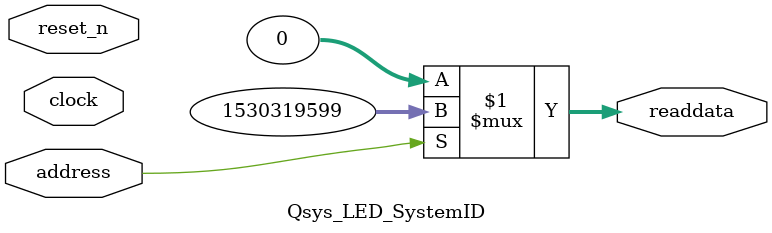
<source format=v>



// synthesis translate_off
`timescale 1ns / 1ps
// synthesis translate_on

// turn off superfluous verilog processor warnings 
// altera message_level Level1 
// altera message_off 10034 10035 10036 10037 10230 10240 10030 

module Qsys_LED_SystemID (
               // inputs:
                address,
                clock,
                reset_n,

               // outputs:
                readdata
             )
;

  output  [ 31: 0] readdata;
  input            address;
  input            clock;
  input            reset_n;

  wire    [ 31: 0] readdata;
  //control_slave, which is an e_avalon_slave
  assign readdata = address ? 1530319599 : 0;

endmodule



</source>
